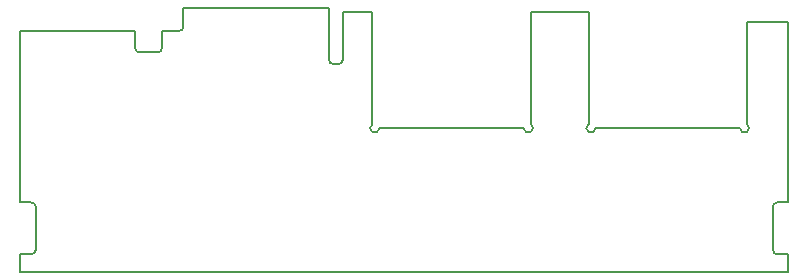
<source format=gko>
G04*
G04 #@! TF.GenerationSoftware,Altium Limited,Altium Designer,20.2.7 (254)*
G04*
G04 Layer_Color=16711935*
%FSLAX43Y43*%
%MOMM*%
G71*
G04*
G04 #@! TF.SameCoordinates,2D86DA50-308A-4E10-9511-59D9385B8F58*
G04*
G04*
G04 #@! TF.FilePolarity,Positive*
G04*
G01*
G75*
%ADD12C,0.200*%
D12*
X60900Y12200D02*
G03*
X61500Y12546I400J0D01*
G01*
X64100Y5900D02*
G03*
X63700Y5500I0J-400D01*
G01*
Y1900D02*
G03*
X64100Y1500I400J0D01*
G01*
X42600Y12200D02*
G03*
X43200Y12546I400J0D01*
G01*
X26900Y17600D02*
G03*
X27300Y18000I0J400D01*
G01*
X48100Y12546D02*
G03*
X48700Y12200I200J-346D01*
G01*
X29800Y12546D02*
G03*
X30400Y12200I200J-346D01*
G01*
X26100Y18000D02*
G03*
X26500Y17600I400J0D01*
G01*
X13400Y20400D02*
G03*
X13800Y20800I0J400D01*
G01*
X11600Y18600D02*
G03*
X12000Y19000I0J400D01*
G01*
X9700D02*
G03*
X10100Y18600I400J0D01*
G01*
X1300Y5500D02*
G03*
X900Y5900I-400J0D01*
G01*
Y1500D02*
G03*
X1300Y1900I0J400D01*
G01*
X29800Y12546D02*
Y22000D01*
X27300D02*
X29800D01*
X48100Y12546D02*
Y22000D01*
X43300D02*
X48100D01*
X61500Y12546D02*
Y21150D01*
X65000D01*
X0Y0D02*
X65000D01*
X0Y20400D02*
X9700D01*
X30400Y12200D02*
X42600D01*
X48700D02*
X60900D01*
X13800Y22400D02*
X26100D01*
X63700Y1900D02*
Y5500D01*
X43200Y12546D02*
Y22000D01*
X12000Y20400D02*
X13400D01*
X10100Y18600D02*
X11600D01*
X0Y5900D02*
X900D01*
X0Y1500D02*
X900D01*
X65000Y5900D02*
Y21150D01*
X27300Y18000D02*
Y22000D01*
X26100Y18000D02*
Y22400D01*
X1300Y1900D02*
Y5500D01*
X0Y5900D02*
Y20400D01*
X65000Y0D02*
Y1500D01*
X13800Y20800D02*
Y22400D01*
X12000Y19000D02*
Y20400D01*
X9700Y19000D02*
Y20400D01*
X0Y0D02*
Y1500D01*
X64100Y5900D02*
X65000D01*
X64100Y1500D02*
X65000D01*
X26500Y17600D02*
X26900D01*
X900Y1500D02*
G03*
X1300Y1900I0J400D01*
G01*
X42600Y12200D02*
G03*
X43200Y12546I400J0D01*
G01*
X1300Y5500D02*
G03*
X900Y5900I-400J0D01*
G01*
X11600Y18600D02*
G03*
X12000Y19000I0J400D01*
G01*
X63700Y1900D02*
G03*
X64100Y1500I400J0D01*
G01*
Y5900D02*
G03*
X63700Y5500I0J-400D01*
G01*
X60900Y12200D02*
G03*
X61500Y12546I400J0D01*
G01*
X29800D02*
G03*
X30400Y12200I200J-346D01*
G01*
X26100Y18000D02*
G03*
X26500Y17600I400J0D01*
G01*
X48100Y12546D02*
G03*
X48700Y12200I200J-346D01*
G01*
X9700Y19000D02*
G03*
X10100Y18600I400J0D01*
G01*
X13400Y20400D02*
G03*
X13800Y20800I0J400D01*
G01*
X26900Y17600D02*
G03*
X27300Y18000I0J400D01*
G01*
X29800Y12546D02*
Y22000D01*
X27300D02*
X29800D01*
X61500Y12546D02*
Y21150D01*
X65000D01*
X64100Y5900D02*
X65000D01*
Y21150D01*
X0Y5900D02*
Y20400D01*
X65000Y0D02*
Y1500D01*
X26100Y18000D02*
Y22400D01*
X0Y0D02*
X65000D01*
X43200Y22000D02*
X48100D01*
X30400Y12200D02*
X42600D01*
X0Y20400D02*
X9700D01*
X12000D02*
X13400D01*
X0Y5900D02*
X900D01*
X12000Y19000D02*
Y20400D01*
X26500Y17600D02*
X26900D01*
X13800Y20800D02*
Y22400D01*
X63700Y1900D02*
Y5500D01*
X0Y0D02*
Y1500D01*
X48700Y12200D02*
X60900D01*
X0Y1500D02*
X900D01*
X48100Y12546D02*
Y22000D01*
X43200Y12546D02*
Y22000D01*
X9700Y19000D02*
Y20400D01*
X64100Y1500D02*
X65000D01*
X27300Y18000D02*
Y22000D01*
X1300Y1900D02*
Y5500D01*
X10100Y18600D02*
X11600D01*
X13800Y22400D02*
X26100D01*
M02*

</source>
